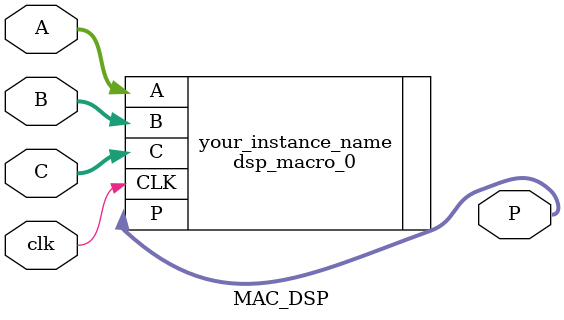
<source format=v>
`timescale 1ns / 1ps

module MAC_DSP(
    input wire clk,        // Clock signal
    input wire [7:0] A,    // Input A
    input wire [7:0] B,    // Input B
    input wire [7:0] C,    // Input C
    output wire [16:0] P   // Output P (result of A * B + C)
);

    // Instantiate DSP block for A * B + C operation
    dsp_macro_0 your_instance_name (
        .CLK(clk),  // Connect clk to DSP clock input
        .A(A),      // Connect input A
        .B(B),      // Connect input B
        .C(C),      // Connect input C
        .P(P)       // Output P (result of A * B + C)
    );

endmodule

</source>
